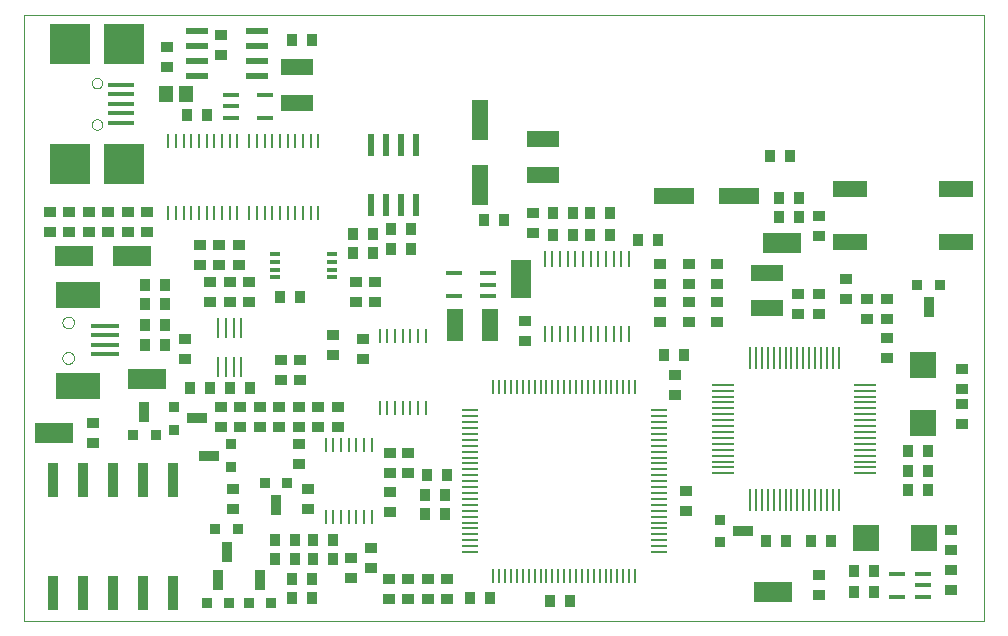
<source format=gtp>
G75*
G70*
%OFA0B0*%
%FSLAX24Y24*%
%IPPOS*%
%LPD*%
%AMOC8*
5,1,8,0,0,1.08239X$1,22.5*
%
%ADD10C,0.0010*%
%ADD11R,0.0551X0.0117*%
%ADD12R,0.0866X0.0157*%
%ADD13R,0.1338X0.1338*%
%ADD14C,0.0000*%
%ADD15R,0.0393X0.0354*%
%ADD16R,0.0551X0.0058*%
%ADD17R,0.0058X0.0452*%
%ADD18R,0.0905X0.0905*%
%ADD19R,0.0551X0.0157*%
%ADD20R,0.0058X0.0747*%
%ADD21R,0.0747X0.0058*%
%ADD22R,0.1456X0.0866*%
%ADD23R,0.0944X0.0177*%
%ADD24R,0.0102X0.0472*%
%ADD25R,0.0354X0.0393*%
%ADD26R,0.1102X0.0551*%
%ADD27R,0.0360X0.0360*%
%ADD28R,0.0360X0.0660*%
%ADD29R,0.0660X0.0360*%
%ADD30R,0.0078X0.0551*%
%ADD31R,0.0102X0.0511*%
%ADD32R,0.0472X0.0551*%
%ADD33R,0.0088X0.0669*%
%ADD34R,0.0220X0.0760*%
%ADD35R,0.0551X0.1102*%
%ADD36R,0.0362X0.0121*%
%ADD37R,0.0354X0.1141*%
%ADD38R,0.1141X0.0551*%
%ADD39R,0.1338X0.0551*%
%ADD40R,0.0551X0.1338*%
%ADD41R,0.0660X0.1310*%
%ADD42R,0.1310X0.0660*%
%ADD43R,0.0760X0.0220*%
D10*
X000450Y000105D02*
X032450Y000105D01*
X032450Y020305D01*
X000450Y020305D01*
X000450Y000105D01*
D11*
X014788Y010935D03*
X015910Y010935D03*
X015910Y011309D03*
X015910Y011683D03*
X014788Y011683D03*
X008462Y016877D03*
X007340Y016877D03*
X007340Y017251D03*
X007340Y017625D03*
X008462Y017625D03*
D12*
X003687Y017648D03*
X003687Y017962D03*
X003687Y017333D03*
X003687Y017018D03*
X003687Y016703D03*
D13*
X003766Y015325D03*
X001994Y015325D03*
X001994Y019340D03*
X003766Y019340D03*
D14*
X002703Y018022D02*
X002705Y018048D01*
X002711Y018074D01*
X002721Y018099D01*
X002734Y018122D01*
X002750Y018142D01*
X002770Y018160D01*
X002792Y018175D01*
X002815Y018187D01*
X002841Y018195D01*
X002867Y018199D01*
X002893Y018199D01*
X002919Y018195D01*
X002945Y018187D01*
X002969Y018175D01*
X002990Y018160D01*
X003010Y018142D01*
X003026Y018122D01*
X003039Y018099D01*
X003049Y018074D01*
X003055Y018048D01*
X003057Y018022D01*
X003055Y017996D01*
X003049Y017970D01*
X003039Y017945D01*
X003026Y017922D01*
X003010Y017902D01*
X002990Y017884D01*
X002968Y017869D01*
X002945Y017857D01*
X002919Y017849D01*
X002893Y017845D01*
X002867Y017845D01*
X002841Y017849D01*
X002815Y017857D01*
X002791Y017869D01*
X002770Y017884D01*
X002750Y017902D01*
X002734Y017922D01*
X002721Y017945D01*
X002711Y017970D01*
X002705Y017996D01*
X002703Y018022D01*
X002703Y016644D02*
X002705Y016670D01*
X002711Y016696D01*
X002721Y016721D01*
X002734Y016744D01*
X002750Y016764D01*
X002770Y016782D01*
X002792Y016797D01*
X002815Y016809D01*
X002841Y016817D01*
X002867Y016821D01*
X002893Y016821D01*
X002919Y016817D01*
X002945Y016809D01*
X002969Y016797D01*
X002990Y016782D01*
X003010Y016764D01*
X003026Y016744D01*
X003039Y016721D01*
X003049Y016696D01*
X003055Y016670D01*
X003057Y016644D01*
X003055Y016618D01*
X003049Y016592D01*
X003039Y016567D01*
X003026Y016544D01*
X003010Y016524D01*
X002990Y016506D01*
X002968Y016491D01*
X002945Y016479D01*
X002919Y016471D01*
X002893Y016467D01*
X002867Y016467D01*
X002841Y016471D01*
X002815Y016479D01*
X002791Y016491D01*
X002770Y016506D01*
X002750Y016524D01*
X002734Y016544D01*
X002721Y016567D01*
X002711Y016592D01*
X002705Y016618D01*
X002703Y016644D01*
X001720Y010046D02*
X001722Y010073D01*
X001728Y010100D01*
X001737Y010126D01*
X001750Y010150D01*
X001766Y010173D01*
X001785Y010192D01*
X001807Y010209D01*
X001831Y010223D01*
X001856Y010233D01*
X001883Y010240D01*
X001910Y010243D01*
X001938Y010242D01*
X001965Y010237D01*
X001991Y010229D01*
X002015Y010217D01*
X002038Y010201D01*
X002059Y010183D01*
X002076Y010162D01*
X002091Y010138D01*
X002102Y010113D01*
X002110Y010087D01*
X002114Y010060D01*
X002114Y010032D01*
X002110Y010005D01*
X002102Y009979D01*
X002091Y009954D01*
X002076Y009930D01*
X002059Y009909D01*
X002038Y009891D01*
X002016Y009875D01*
X001991Y009863D01*
X001965Y009855D01*
X001938Y009850D01*
X001910Y009849D01*
X001883Y009852D01*
X001856Y009859D01*
X001831Y009869D01*
X001807Y009883D01*
X001785Y009900D01*
X001766Y009919D01*
X001750Y009942D01*
X001737Y009966D01*
X001728Y009992D01*
X001722Y010019D01*
X001720Y010046D01*
X001720Y008864D02*
X001722Y008891D01*
X001728Y008918D01*
X001737Y008944D01*
X001750Y008968D01*
X001766Y008991D01*
X001785Y009010D01*
X001807Y009027D01*
X001831Y009041D01*
X001856Y009051D01*
X001883Y009058D01*
X001910Y009061D01*
X001938Y009060D01*
X001965Y009055D01*
X001991Y009047D01*
X002015Y009035D01*
X002038Y009019D01*
X002059Y009001D01*
X002076Y008980D01*
X002091Y008956D01*
X002102Y008931D01*
X002110Y008905D01*
X002114Y008878D01*
X002114Y008850D01*
X002110Y008823D01*
X002102Y008797D01*
X002091Y008772D01*
X002076Y008748D01*
X002059Y008727D01*
X002038Y008709D01*
X002016Y008693D01*
X001991Y008681D01*
X001965Y008673D01*
X001938Y008668D01*
X001910Y008667D01*
X001883Y008670D01*
X001856Y008677D01*
X001831Y008687D01*
X001807Y008701D01*
X001785Y008718D01*
X001766Y008737D01*
X001750Y008760D01*
X001737Y008784D01*
X001728Y008810D01*
X001722Y008837D01*
X001720Y008864D01*
D15*
X002750Y006690D03*
X002750Y006020D03*
X007000Y006570D03*
X007650Y006570D03*
X008300Y006570D03*
X008950Y006570D03*
X009600Y006570D03*
X010250Y006570D03*
X010900Y006570D03*
X010900Y007240D03*
X010250Y007240D03*
X009600Y007240D03*
X008950Y007240D03*
X008300Y007240D03*
X007650Y007240D03*
X007000Y007240D03*
X009000Y008120D03*
X009650Y008120D03*
X009650Y008790D03*
X009000Y008790D03*
X010750Y008970D03*
X010750Y009640D03*
X011750Y009490D03*
X011750Y008820D03*
X011500Y010720D03*
X012150Y010720D03*
X012150Y011390D03*
X011500Y011390D03*
X007950Y011390D03*
X007300Y011390D03*
X006650Y011390D03*
X006950Y011970D03*
X006300Y011970D03*
X006300Y012640D03*
X006950Y012640D03*
X007600Y012640D03*
X007600Y011970D03*
X007300Y010720D03*
X007950Y010720D03*
X006650Y010720D03*
X005800Y009490D03*
X005800Y008820D03*
X009600Y005990D03*
X009600Y005320D03*
X009900Y004490D03*
X009900Y003820D03*
X011350Y002190D03*
X012000Y001870D03*
X012600Y001490D03*
X013250Y001490D03*
X013900Y001490D03*
X014550Y001490D03*
X014550Y000820D03*
X013900Y000820D03*
X013250Y000820D03*
X012600Y000820D03*
X011350Y001520D03*
X012000Y002540D03*
X012650Y003720D03*
X012650Y004390D03*
X012650Y005020D03*
X013250Y005020D03*
X013250Y005690D03*
X012650Y005690D03*
X007400Y004490D03*
X007400Y003820D03*
X017150Y009420D03*
X017150Y010090D03*
X021650Y010070D03*
X022600Y010070D03*
X022600Y010740D03*
X022600Y011320D03*
X021650Y011320D03*
X021650Y010740D03*
X021650Y011990D03*
X022600Y011990D03*
X023550Y011990D03*
X023550Y011320D03*
X023550Y010740D03*
X023550Y010070D03*
X026250Y010320D03*
X026950Y010320D03*
X026950Y010990D03*
X026250Y010990D03*
X027850Y010820D03*
X028550Y010840D03*
X029200Y010840D03*
X029200Y010170D03*
X028550Y010170D03*
X029200Y009540D03*
X029200Y008870D03*
X031700Y008490D03*
X031700Y007820D03*
X031700Y007340D03*
X031700Y006670D03*
X031350Y003140D03*
X031350Y002470D03*
X031350Y001790D03*
X031350Y001120D03*
X026950Y000970D03*
X026950Y001640D03*
X022500Y003770D03*
X022500Y004440D03*
X022150Y007620D03*
X022150Y008290D03*
X027850Y011490D03*
X026950Y012920D03*
X026950Y013590D03*
X017400Y013690D03*
X017400Y013020D03*
X007000Y018970D03*
X007000Y019640D03*
X005200Y019240D03*
X005200Y018570D03*
X004550Y013740D03*
X003900Y013740D03*
X003250Y013740D03*
X002600Y013740D03*
X001950Y013740D03*
X001300Y013740D03*
X001300Y013070D03*
X001950Y013070D03*
X002600Y013070D03*
X003250Y013070D03*
X003900Y013070D03*
X004550Y013070D03*
D16*
X015300Y007117D03*
X015300Y006920D03*
X015300Y006724D03*
X015300Y006527D03*
X015300Y006330D03*
X015300Y006133D03*
X015300Y005936D03*
X015300Y005739D03*
X015300Y005542D03*
X015300Y005346D03*
X015300Y005149D03*
X015300Y004952D03*
X015300Y004755D03*
X015300Y004558D03*
X015300Y004361D03*
X015300Y004164D03*
X015300Y003968D03*
X015300Y003771D03*
X015300Y003574D03*
X015300Y003377D03*
X015300Y003180D03*
X015300Y002983D03*
X015300Y002786D03*
X015300Y002590D03*
X015300Y002393D03*
X021600Y002393D03*
X021600Y002590D03*
X021600Y002786D03*
X021600Y002983D03*
X021600Y003180D03*
X021600Y003377D03*
X021600Y003574D03*
X021600Y003771D03*
X021600Y003968D03*
X021600Y004164D03*
X021600Y004361D03*
X021600Y004558D03*
X021600Y004755D03*
X021600Y004952D03*
X021600Y005149D03*
X021600Y005346D03*
X021600Y005542D03*
X021600Y005739D03*
X021600Y005936D03*
X021600Y006133D03*
X021600Y006330D03*
X021600Y006527D03*
X021600Y006724D03*
X021600Y006920D03*
X021600Y007117D03*
D17*
X020812Y007905D03*
X020615Y007905D03*
X020419Y007905D03*
X020222Y007905D03*
X020025Y007905D03*
X019828Y007905D03*
X019631Y007905D03*
X019434Y007905D03*
X019237Y007905D03*
X019041Y007905D03*
X018844Y007905D03*
X018647Y007905D03*
X018450Y007905D03*
X018253Y007905D03*
X018056Y007905D03*
X017859Y007905D03*
X017663Y007905D03*
X017466Y007905D03*
X017269Y007905D03*
X017072Y007905D03*
X016875Y007905D03*
X016678Y007905D03*
X016481Y007905D03*
X016285Y007905D03*
X016088Y007905D03*
X016088Y001605D03*
X016285Y001605D03*
X016481Y001605D03*
X016678Y001605D03*
X016875Y001605D03*
X017072Y001605D03*
X017269Y001605D03*
X017466Y001605D03*
X017663Y001605D03*
X017859Y001605D03*
X018056Y001605D03*
X018253Y001605D03*
X018450Y001605D03*
X018647Y001605D03*
X018844Y001605D03*
X019041Y001605D03*
X019237Y001605D03*
X019434Y001605D03*
X019631Y001605D03*
X019828Y001605D03*
X020025Y001605D03*
X020222Y001605D03*
X020419Y001605D03*
X020615Y001605D03*
X020812Y001605D03*
D18*
X028500Y002855D03*
X030429Y002855D03*
X030400Y006705D03*
X030400Y008634D03*
D19*
X030400Y001653D03*
X030400Y001279D03*
X030400Y000905D03*
X029534Y000905D03*
X029534Y001653D03*
D20*
X027600Y004131D03*
X027403Y004131D03*
X027206Y004131D03*
X027009Y004131D03*
X026813Y004131D03*
X026616Y004131D03*
X026419Y004131D03*
X026222Y004131D03*
X026025Y004131D03*
X025828Y004131D03*
X025631Y004131D03*
X025435Y004131D03*
X025238Y004131D03*
X025041Y004131D03*
X024844Y004131D03*
X024647Y004131D03*
X024647Y008855D03*
X024844Y008855D03*
X025041Y008855D03*
X025238Y008855D03*
X025435Y008855D03*
X025631Y008855D03*
X025828Y008855D03*
X026025Y008855D03*
X026222Y008855D03*
X026419Y008855D03*
X026616Y008855D03*
X026813Y008855D03*
X027009Y008855D03*
X027206Y008855D03*
X027403Y008855D03*
X027600Y008855D03*
D21*
X028486Y007969D03*
X028486Y007772D03*
X028486Y007575D03*
X028486Y007379D03*
X028486Y007182D03*
X028486Y006985D03*
X028486Y006788D03*
X028486Y006591D03*
X028486Y006394D03*
X028486Y006198D03*
X028486Y006001D03*
X028486Y005804D03*
X028486Y005607D03*
X028486Y005410D03*
X028486Y005213D03*
X028486Y005016D03*
X023761Y005016D03*
X023761Y005213D03*
X023761Y005410D03*
X023761Y005607D03*
X023761Y005804D03*
X023761Y006001D03*
X023761Y006198D03*
X023761Y006394D03*
X023761Y006591D03*
X023761Y006788D03*
X023761Y006985D03*
X023761Y007182D03*
X023761Y007379D03*
X023761Y007575D03*
X023761Y007772D03*
X023761Y007969D03*
D22*
X002252Y007939D03*
X002252Y010971D03*
D23*
X003157Y009927D03*
X003157Y009612D03*
X003157Y009298D03*
X003157Y008983D03*
D24*
X010500Y005955D03*
X010756Y005955D03*
X011012Y005955D03*
X011268Y005955D03*
X011524Y005955D03*
X011780Y005955D03*
X012035Y005955D03*
X012300Y007205D03*
X012556Y007205D03*
X012812Y007205D03*
X013068Y007205D03*
X013324Y007205D03*
X013580Y007205D03*
X013835Y007205D03*
X013835Y009605D03*
X013580Y009605D03*
X013324Y009605D03*
X013068Y009605D03*
X012812Y009605D03*
X012556Y009605D03*
X012300Y009605D03*
X012035Y003555D03*
X011780Y003555D03*
X011524Y003555D03*
X011268Y003555D03*
X011012Y003555D03*
X010756Y003555D03*
X010500Y003555D03*
D25*
X010735Y002805D03*
X010065Y002805D03*
X009485Y002805D03*
X008815Y002805D03*
X008815Y002155D03*
X009485Y002155D03*
X010065Y002155D03*
X010735Y002155D03*
X010035Y001505D03*
X009365Y001505D03*
X009365Y000855D03*
X010035Y000855D03*
X013815Y003655D03*
X013815Y004305D03*
X014485Y004305D03*
X014485Y003655D03*
X014535Y004955D03*
X013865Y004955D03*
X007985Y007855D03*
X007315Y007855D03*
X006635Y007855D03*
X005965Y007855D03*
X005135Y009305D03*
X004465Y009305D03*
X004465Y009955D03*
X005135Y009955D03*
X005135Y010655D03*
X004465Y010655D03*
X004465Y011305D03*
X005135Y011305D03*
X008965Y010905D03*
X009635Y010905D03*
X011415Y012355D03*
X011415Y013005D03*
X012085Y013005D03*
X012665Y013155D03*
X013335Y013155D03*
X013335Y012505D03*
X012665Y012505D03*
X012085Y012355D03*
X015765Y013455D03*
X016435Y013455D03*
X018065Y013705D03*
X018735Y013705D03*
X019315Y013705D03*
X019985Y013705D03*
X019985Y012955D03*
X019315Y012955D03*
X018735Y012955D03*
X018065Y012955D03*
X020915Y012805D03*
X021585Y012805D03*
X025615Y013555D03*
X025615Y014205D03*
X026285Y014205D03*
X026285Y013555D03*
X025985Y015605D03*
X025315Y015605D03*
X022435Y008955D03*
X021765Y008955D03*
X029915Y005755D03*
X030585Y005755D03*
X030585Y005105D03*
X029915Y005105D03*
X029915Y004455D03*
X030585Y004455D03*
X027335Y002755D03*
X026665Y002755D03*
X025835Y002755D03*
X025165Y002755D03*
X028115Y001755D03*
X028785Y001755D03*
X028785Y001055D03*
X028115Y001055D03*
X018635Y000755D03*
X017965Y000755D03*
X015985Y000855D03*
X015315Y000855D03*
X006535Y016955D03*
X005865Y016955D03*
X009365Y019455D03*
X010035Y019455D03*
D26*
X009550Y018546D03*
X009550Y017364D03*
X017750Y016146D03*
X017750Y014964D03*
X025200Y011696D03*
X025200Y010514D03*
D27*
X030220Y011305D03*
X030970Y011305D03*
X023650Y003475D03*
X023650Y002725D03*
X009220Y004705D03*
X008470Y004705D03*
X007350Y005235D03*
X007350Y005985D03*
X005450Y006475D03*
X004830Y006305D03*
X004080Y006305D03*
X005450Y007225D03*
X006820Y003155D03*
X007570Y003155D03*
X007280Y000705D03*
X007930Y000705D03*
X008680Y000705D03*
X006530Y000705D03*
D28*
X006905Y001455D03*
X007195Y002405D03*
X008305Y001455D03*
X008845Y003955D03*
X004455Y007055D03*
X030595Y010555D03*
D29*
X024400Y003100D03*
X006600Y005610D03*
X006200Y006850D03*
D30*
X017798Y009645D03*
X018054Y009645D03*
X018310Y009645D03*
X018566Y009645D03*
X018822Y009645D03*
X019078Y009645D03*
X019334Y009645D03*
X019590Y009645D03*
X019846Y009645D03*
X020102Y009645D03*
X020357Y009645D03*
X020613Y009645D03*
X020613Y012165D03*
X020357Y012165D03*
X020102Y012165D03*
X019846Y012165D03*
X019590Y012165D03*
X019334Y012165D03*
X019078Y012165D03*
X018822Y012165D03*
X018566Y012165D03*
X018310Y012165D03*
X018054Y012165D03*
X017798Y012165D03*
D31*
X010253Y013705D03*
X009997Y013705D03*
X009741Y013705D03*
X009485Y013705D03*
X009230Y013705D03*
X008974Y013705D03*
X008718Y013705D03*
X008462Y013705D03*
X008206Y013705D03*
X007950Y013705D03*
X007553Y013705D03*
X007297Y013705D03*
X007041Y013705D03*
X006785Y013705D03*
X006530Y013705D03*
X006274Y013705D03*
X006018Y013705D03*
X005762Y013705D03*
X005506Y013705D03*
X005250Y013705D03*
X005250Y016105D03*
X005506Y016105D03*
X005762Y016105D03*
X006018Y016105D03*
X006274Y016105D03*
X006530Y016105D03*
X006785Y016105D03*
X007041Y016105D03*
X007297Y016105D03*
X007553Y016105D03*
X007950Y016105D03*
X008206Y016105D03*
X008462Y016105D03*
X008718Y016105D03*
X008974Y016105D03*
X009230Y016105D03*
X009485Y016105D03*
X009741Y016105D03*
X009997Y016105D03*
X010253Y016105D03*
D32*
X005835Y017655D03*
X005165Y017655D03*
D33*
X006916Y009855D03*
X007172Y009855D03*
X007428Y009855D03*
X007684Y009855D03*
X007684Y008555D03*
X007428Y008555D03*
X007172Y008555D03*
X006916Y008555D03*
D34*
X012000Y013955D03*
X012500Y013955D03*
X013000Y013955D03*
X013500Y013955D03*
X013500Y015955D03*
X013000Y015955D03*
X012500Y015955D03*
X012000Y015955D03*
D35*
X014809Y009955D03*
X015991Y009955D03*
D36*
X010700Y011555D03*
X010700Y011811D03*
X010700Y012067D03*
X010700Y012323D03*
X008810Y012323D03*
X008810Y012067D03*
X008810Y011811D03*
X008810Y011555D03*
D37*
X005400Y004787D03*
X004400Y004787D03*
X003400Y004787D03*
X002400Y004787D03*
X001400Y004787D03*
X001400Y001023D03*
X002400Y001023D03*
X003400Y001023D03*
X004400Y001023D03*
X005400Y001023D03*
D38*
X027978Y012719D03*
X027978Y014491D03*
X031522Y014491D03*
X031522Y012719D03*
D39*
X024283Y014255D03*
X022117Y014255D03*
D40*
X015650Y014622D03*
X015650Y016788D03*
D41*
X017000Y011505D03*
D42*
X025700Y012705D03*
X025400Y001055D03*
X004550Y008155D03*
X001450Y006355D03*
X002100Y012255D03*
X004050Y012255D03*
D43*
X006200Y018255D03*
X006200Y018755D03*
X006200Y019255D03*
X006200Y019755D03*
X008200Y019755D03*
X008200Y019255D03*
X008200Y018755D03*
X008200Y018255D03*
M02*

</source>
